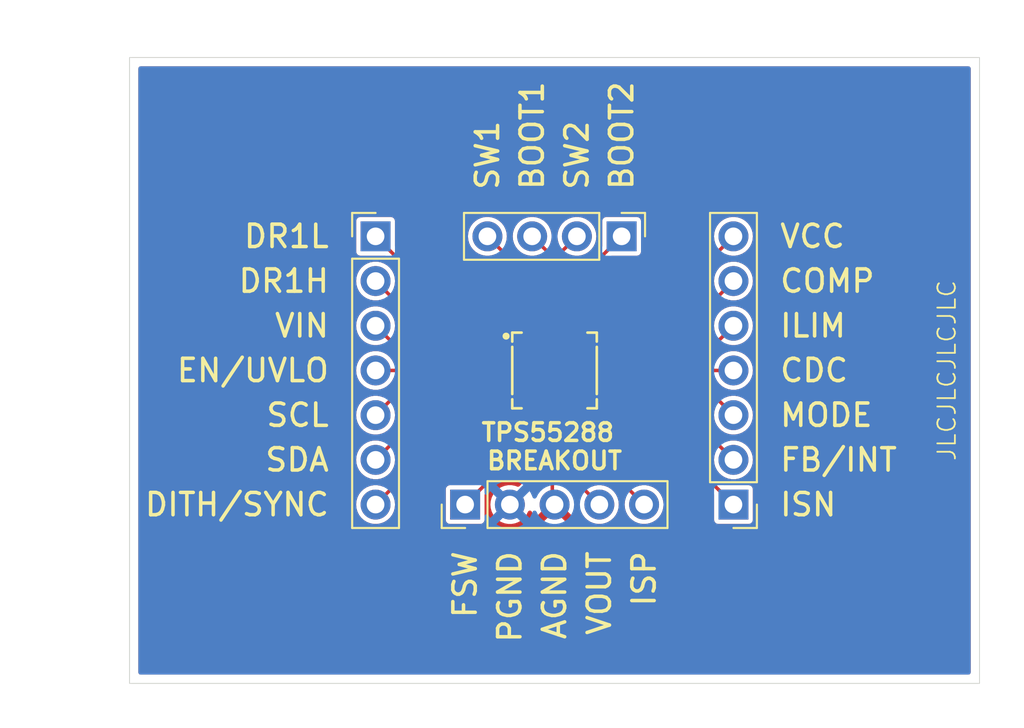
<source format=kicad_pcb>
(kicad_pcb (version 20240108) (generator "pcbnew") (generator_version "8.0")
  (layers (0 "F.Cu" signal) (31 "B.Cu" signal) (34 "B.Paste" user) (35 "F.Paste" user) (36 "B.SilkS" user "B.Silkscreen") (37 "F.SilkS" user "F.Silkscreen") (38 "B.Mask" user) (39 "F.Mask" user) (44 "Edge.Cuts" user))
  (net 0 "")
  (net 1 "/SW2")
  (net 2 "/SW1")
  (net 3 "/BOOT2")
  (net 4 "/BOOT1")
  (net 5 "/DR1H")
  (net 6 "/SCL")
  (net 7 "/SDA")
  (net 8 "/VIN")
  (net 9 "/DITH{slash}SYNC")
  (net 10 "/DR1L")
  (net 11 "/EN{slash}UVLO")
  (net 12 "/FB{slash}INT")
  (net 13 "/CDC")
  (net 14 "/COMP")
  (net 15 "/VCC")
  (net 16 "/ILIM")
  (net 17 "/ISN")
  (net 18 "/MODE")
  (net 19 "/FSW")
  (net 20 "/ISP")
  (net 21 "/VOUT")
  (net 22 "/PGND")
  (net 23 "/AGND")
  (footprint "Connector_PinHeader_2.54mm:PinHeader_1x07_P2.54mm_Vertical" (layer "F.Cu") (at 116.84 119.38)
    (property "Reference" "J2" (hide yes))
    (property "Value" "Conn_01x07_Pin")
    (fp_line (start -1.33 -1.33) (end 0 -1.33) (stroke (width 0.12)) (layer "F.SilkS"))
    (fp_line (start -1.33 0) (end -1.33 -1.33) (stroke (width 0.12)) (layer "F.SilkS"))
    (fp_line (start -1.33 1.27) (end -1.33 16.57) (stroke (width 0.12)) (layer "F.SilkS"))
    (fp_line (start -1.33 1.27) (end 1.33 1.27) (stroke (width 0.12)) (layer "F.SilkS"))
    (fp_line (start -1.33 16.57) (end 1.33 16.57) (stroke (width 0.12)) (layer "F.SilkS"))
    (fp_line (start 1.33 1.27) (end 1.33 16.57) (stroke (width 0.12)) (layer "F.SilkS"))
    (pad "1" thru_hole rect (at 0 0) (size 1.7 1.7) (drill 1) (layers "*.Cu" "*.Mask") (net 10 "/DR1L"))
    (pad "2" thru_hole oval (at 0 2.54) (size 1.7 1.7) (drill 1) (layers "*.Cu" "*.Mask") (net 5 "/DR1H"))
    (pad "3" thru_hole oval (at 0 5.08) (size 1.7 1.7) (drill 1) (layers "*.Cu" "*.Mask") (net 8 "/VIN"))
    (pad "4" thru_hole oval (at 0 7.62) (size 1.7 1.7) (drill 1) (layers "*.Cu" "*.Mask") (net 11 "/EN{slash}UVLO"))
    (pad "5" thru_hole oval (at 0 10.16) (size 1.7 1.7) (drill 1) (layers "*.Cu" "*.Mask") (net 6 "/SCL"))
    (pad "6" thru_hole oval (at 0 12.7) (size 1.7 1.7) (drill 1) (layers "*.Cu" "*.Mask") (net 7 "/SDA"))
    (pad "7" thru_hole oval (at 0 15.24) (size 1.7 1.7) (drill 1) (layers "*.Cu" "*.Mask") (net 9 "/DITH{slash}SYNC"))
  )
  (footprint "Connector_PinHeader_2.54mm:PinHeader_1x05_P2.54mm_Vertical" (layer "F.Cu") (at 121.925 134.62 90)
    (property "Reference" "J4" (hide yes))
    (property "Value" "Conn_01x05_Pin")
    (fp_line (start -1.33 -1.33) (end 0 -1.33) (stroke (width 0.12)) (layer "F.SilkS"))
    (fp_line (start -1.33 0) (end -1.33 -1.33) (stroke (width 0.12)) (layer "F.SilkS"))
    (fp_line (start 1.33 1.27) (end 1.33 11.49) (stroke (width 0.12)) (layer "F.SilkS"))
    (fp_line (start -1.33 1.27) (end 1.33 1.27) (stroke (width 0.12)) (layer "F.SilkS"))
    (fp_line (start -1.33 1.27) (end -1.33 11.49) (stroke (width 0.12)) (layer "F.SilkS"))
    (fp_line (start -1.33 11.49) (end 1.33 11.49) (stroke (width 0.12)) (layer "F.SilkS"))
    (pad "1" thru_hole rect (at 0 0 90) (size 1.7 1.7) (drill 1) (layers "*.Cu" "*.Mask") (net 19 "/FSW"))
    (pad "2" thru_hole oval (at 0 2.54 90) (size 1.7 1.7) (drill 1) (layers "*.Cu" "*.Mask") (net 22 "/PGND"))
    (pad "3" thru_hole oval (at 0 5.08 90) (size 1.7 1.7) (drill 1) (layers "*.Cu" "*.Mask") (net 23 "/AGND"))
    (pad "4" thru_hole oval (at 0 7.62 90) (size 1.7 1.7) (drill 1) (layers "*.Cu" "*.Mask") (net 21 "/VOUT"))
    (pad "5" thru_hole oval (at 0 10.16 90) (size 1.7 1.7) (drill 1) (layers "*.Cu" "*.Mask") (net 20 "/ISP"))
  )
  (footprint "Connector_PinHeader_2.54mm:PinHeader_1x07_P2.54mm_Vertical" (layer "F.Cu") (at 137.16 134.62 180)
    (property "Reference" "J3" (hide yes))
    (property "Value" "Conn_01x07_Pin")
    (fp_line (start 1.33 1.27) (end 1.33 16.57) (stroke (width 0.12)) (layer "F.SilkS"))
    (fp_line (start -1.33 16.57) (end 1.33 16.57) (stroke (width 0.12)) (layer "F.SilkS"))
    (fp_line (start -1.33 1.27) (end 1.33 1.27) (stroke (width 0.12)) (layer "F.SilkS"))
    (fp_line (start -1.33 1.27) (end -1.33 16.57) (stroke (width 0.12)) (layer "F.SilkS"))
    (fp_line (start -1.33 0) (end -1.33 -1.33) (stroke (width 0.12)) (layer "F.SilkS"))
    (fp_line (start -1.33 -1.33) (end 0 -1.33) (stroke (width 0.12)) (layer "F.SilkS"))
    (pad "1" thru_hole rect (at 0 0 180) (size 1.7 1.7) (drill 1) (layers "*.Cu" "*.Mask") (net 17 "/ISN"))
    (pad "2" thru_hole oval (at 0 2.54 180) (size 1.7 1.7) (drill 1) (layers "*.Cu" "*.Mask") (net 12 "/FB{slash}INT"))
    (pad "3" thru_hole oval (at 0 5.08 180) (size 1.7 1.7) (drill 1) (layers "*.Cu" "*.Mask") (net 18 "/MODE"))
    (pad "4" thru_hole oval (at 0 7.62 180) (size 1.7 1.7) (drill 1) (layers "*.Cu" "*.Mask") (net 13 "/CDC"))
    (pad "5" thru_hole oval (at 0 10.16 180) (size 1.7 1.7) (drill 1) (layers "*.Cu" "*.Mask") (net 16 "/ILIM"))
    (pad "6" thru_hole oval (at 0 12.7 180) (size 1.7 1.7) (drill 1) (layers "*.Cu" "*.Mask") (net 14 "/COMP"))
    (pad "7" thru_hole oval (at 0 15.24 180) (size 1.7 1.7) (drill 1) (layers "*.Cu" "*.Mask") (net 15 "/VCC"))
  )
  (footprint "Connector_PinHeader_2.54mm:PinHeader_1x04_P2.54mm_Vertical" (layer "F.Cu") (at 130.81 119.38 -90)
    (property "Reference" "J1" (hide yes))
    (property "Value" "Conn_01x04_Pin")
    (fp_line (start -1.33 8.95) (end 1.33 8.95) (stroke (width 0.12)) (layer "F.SilkS"))
    (fp_line (start -1.33 1.27) (end -1.33 8.95) (stroke (width 0.12)) (layer "F.SilkS"))
    (fp_line (start -1.33 1.27) (end 1.33 1.27) (stroke (width 0.12)) (layer "F.SilkS"))
    (fp_line (start 1.33 1.27) (end 1.33 8.95) (stroke (width 0.12)) (layer "F.SilkS"))
    (fp_line (start -1.33 0) (end -1.33 -1.33) (stroke (width 0.12)) (layer "F.SilkS"))
    (fp_line (start -1.33 -1.33) (end 0 -1.33) (stroke (width 0.12)) (layer "F.SilkS"))
    (pad "1" thru_hole rect (at 0 0 270) (size 1.7 1.7) (drill 1) (layers "*.Cu" "*.Mask") (net 3 "/BOOT2"))
    (pad "2" thru_hole oval (at 0 2.54 270) (size 1.7 1.7) (drill 1) (layers "*.Cu" "*.Mask") (net 1 "/SW2"))
    (pad "3" thru_hole oval (at 0 5.08 270) (size 1.7 1.7) (drill 1) (layers "*.Cu" "*.Mask") (net 4 "/BOOT1"))
    (pad "4" thru_hole oval (at 0 7.62 270) (size 1.7 1.7) (drill 1) (layers "*.Cu" "*.Mask") (net 2 "/SW1"))
  )
  (footprint "LCSC-powercoop:VQFN-HR-26_L4.0-W3.5_TPS55288RPMR" (layer "F.Cu") (at 127 127)
    (property "Reference" "U1" (hide yes))
    (property "Value" "TPS55288RPMR")
    (fp_line (start -2.4 -2.15) (end -2.4 -1.64) (stroke (width 0.15)) (layer "F.SilkS"))
    (fp_line (start -2.4 -1.34) (end -2.4 1.34) (stroke (width 0.15)) (layer "F.SilkS"))
    (fp_line (start -2.4 1.64) (end -2.4 2.15) (stroke (width 0.15)) (layer "F.SilkS"))
    (fp_line (start -2.4 2.15) (end -1.87 2.15) (stroke (width 0.15)) (layer "F.SilkS"))
    (fp_line (start -1.87 -2.15) (end -2.4 -2.15) (stroke (width 0.15)) (layer "F.SilkS"))
    (fp_line (start 1.87 2.15) (end 2.4 2.15) (stroke (width 0.15)) (layer "F.SilkS"))
    (fp_line (start 2.4 -2.15) (end 1.87 -2.15) (stroke (width 0.15)) (layer "F.SilkS"))
    (fp_line (start 2.4 -1.64) (end 2.4 -2.15) (stroke (width 0.15)) (layer "F.SilkS"))
    (fp_line (start 2.4 1.34) (end 2.4 -1.34) (stroke (width 0.15)) (layer "F.SilkS"))
    (fp_line (start 2.4 2.15) (end 2.4 1.64) (stroke (width 0.15)) (layer "F.SilkS"))
    (fp_circle (center -2.75 -1.95) (end -2.65 -1.95) (stroke (width 0.2)) (fill none) (layer "F.SilkS"))
    (pad "1" smd roundrect (at -1.8125 -1.4875 90) (size 0.225 0.775) (layers "F.Cu" "F.Paste" "F.Mask") (roundrect_rratio 0.2222222222) (net 10 "/DR1L"))
    (pad "1" smd roundrect (at -1.625 -1.6625 180) (size 0.4 0.575) (layers "F.Cu" "F.Paste" "F.Mask") (roundrect_rratio 0.125) (net 10 "/DR1L"))
    (pad "2" smd roundrect (at -1.9 -1 90) (size 0.25 0.6) (layers "F.Cu" "F.Paste" "F.Mask") (roundrect_rratio 0.2) (net 5 "/DR1H"))
    (pad "3" smd roundrect (at -1.8375 -0.5 90) (size 0.25 0.725) (layers "F.Cu" "F.Paste" "F.Mask") (roundrect_rratio 0.2) (net 8 "/VIN"))
    (pad "4" smd roundrect (at -1.8375 0 90) (size 0.25 0.725) (layers "F.Cu" "F.Paste" "F.Mask") (roundrect_rratio 0.2) (net 11 "/EN{slash}UVLO"))
    (pad "5" smd roundrect (at -1.8375 0.5 90) (size 0.25 0.725) (layers "F.Cu" "F.Paste" "F.Mask") (roundrect_rratio 0.2) (net 6 "/SCL"))
    (pad "6" smd roundrect (at -1.9 1 90) (size 0.25 0.6) (layers "F.Cu" "F.Paste" "F.Mask") (roundrect_rratio 0.2) (net 7 "/SDA"))
    (pad "7" smd roundrect (at -1.85 1.4875 90) (size 0.225 0.7) (layers "F.Cu" "F.Paste" "F.Mask") (roundrect_rratio 0.2222222222) (net 9 "/DITH{slash}SYNC"))
    (pad "7" smd roundrect (at -1.675 1.6625 180) (size 0.35 0.575) (layers "F.Cu" "F.Paste" "F.Mask") (roundrect_rratio 0.1428571429) (net 9 "/DITH{slash}SYNC"))
    (pad "8" smd roundrect (at -1.125 1.6375 180) (size 0.25 0.625) (layers "F.Cu" "F.Paste" "F.Mask") (roundrect_rratio 0.2) (net 19 "/FSW"))
    (pad "9" smd roundrect (at -0.625 1.6375 180) (size 0.25 0.625) (layers "F.Cu" "F.Paste" "F.Mask") (roundrect_rratio 0.2) (net 22 "/PGND"))
    (pad "10" smd roundrect (at -0.125 1.6375 180) (size 0.25 0.625) (layers "F.Cu" "F.Paste" "F.Mask") (roundrect_rratio 0.2) (net 23 "/AGND"))
    (pad "11" smd roundrect (at 0.625 1.6375 180) (size 0.25 0.625) (layers "F.Cu" "F.Paste" "F.Mask") (roundrect_rratio 0.2) (net 21 "/VOUT"))
    (pad "12" smd roundrect (at 1.125 1.6375 180) (size 0.25 0.625) (layers "F.Cu" "F.Paste" "F.Mask") (roundrect_rratio 0.2) (net 20 "/ISP"))
    (pad "13" smd roundrect (at 1.675 1.6625 180) (size 0.35 0.575) (layers "F.Cu" "F.Paste" "F.Mask") (roundrect_rratio 0.1428571429) (net 17 "/ISN"))
    (pad "13" smd roundrect (at 1.85 1.4875 270) (size 0.225 0.7) (layers "F.Cu" "F.Paste" "F.Mask") (roundrect_rratio 0.2222222222) (net 17 "/ISN"))
    (pad "14" smd roundrect (at 1.9 1 270) (size 0.25 0.6) (layers "F.Cu" "F.Paste" "F.Mask") (roundrect_rratio 0.2) (net 12 "/FB{slash}INT"))
    (pad "15" smd roundrect (at 1.8375 0.5 270) (size 0.25 0.725) (layers "F.Cu" "F.Paste" "F.Mask") (roundrect_rratio 0.2) (net 18 "/MODE"))
    (pad "16" smd roundrect (at 1.8375 0 270) (size 0.25 0.725) (layers "F.Cu" "F.Paste" "F.Mask") (roundrect_rratio 0.2) (net 13 "/CDC"))
    (pad "17" smd roundrect (at 1.8375 -0.5 270) (size 0.25 0.725) (layers "F.Cu" "F.Paste" "F.Mask") (roundrect_rratio 0.2) (net 16 "/ILIM"))
    (pad "18" smd roundrect (at 1.9 -1 270) (size 0.25 0.6) (layers "F.Cu" "F.Paste" "F.Mask") (roundrect_rratio 0.2) (net 14 "/COMP"))
    (pad "19" smd roundrect (at 1.625 -1.6625 180) (size 0.4 0.575) (layers "F.Cu" "F.Paste" "F.Mask") (roundrect_rratio 0.125) (net 15 "/VCC"))
    (pad "19" smd roundrect (at 1.8125 -1.4875 270) (size 0.225 0.775) (layers "F.Cu" "F.Paste" "F.Mask") (roundrect_rratio 0.2) (net 15 "/VCC"))
    (pad "20" smd roundrect (at 1.05 -1.6125) (size 0.25 0.675) (layers "F.Cu" "F.Paste" "F.Mask") (roundrect_rratio 0.2) (net 3 "/BOOT2"))
    (pad "21" smd roundrect (at 0.25 -1.65) (size 0.25 0.6) (layers "F.Cu" "F.Paste" "F.Mask") (roundrect_rratio 0.2) (net 1 "/SW2"))
    (pad "22" smd roundrect (at -0.25 -1.65) (size 0.25 0.6) (layers "F.Cu" "F.Paste" "F.Mask") (roundrect_rratio 0.2) (net 4 "/BOOT1"))
    (pad "23" smd roundrect (at -1.05 -1.6125) (size 0.25 0.675) (layers "F.Cu" "F.Paste" "F.Mask") (roundrect_rratio 0.2) (net 2 "/SW1"))
    (pad "24" smd roundrect (at -0.625 0) (size 0.375 1.425) (layers "F.Cu" "F.Paste" "F.Mask") (roundrect_rratio 0.1333333333) (net 22 "/PGND"))
    (pad "25" smd roundrect (at 0 0) (size 0.375 1.425) (layers "F.Cu" "F.Paste" "F.Mask") (roundrect_rratio 0.1333333333) (net 1 "/SW2"))
    (pad "26" smd roundrect (at 0.625 0) (size 0.375 1.425) (layers "F.Cu" "F.Paste" "F.Mask") (roundrect_rratio 0.1333333333) (net 21 "/VOUT"))
  )
  (gr_rect (start 102.87 109.22) (end 151.13 144.78) (stroke (width 0.05)) (fill none) (layer "Edge.Cuts"))
  (gr_text "FB/INT" (at 139.7 132.08 0) (layer "F.SilkS") (effects (font (size 1.27 1.27) (thickness 0.2)) (justify left)))
  (gr_text "MODE" (at 139.7 129.54 0) (layer "F.SilkS") (effects (font (size 1.27 1.27) (thickness 0.2)) (justify left)))
  (gr_text "EN/UVLO" (at 114.3 127 0) (layer "F.SilkS") (effects (font (size 1.27 1.27) (thickness 0.2)) (justify right)))
  (gr_text "COMP" (at 139.7 121.92 0) (layer "F.SilkS") (effects (font (size 1.27 1.27) (thickness 0.2)) (justify left)))
  (gr_text "SDA" (at 114.3 132.08 0) (layer "F.SilkS") (effects (font (size 1.27 1.27) (thickness 0.2)) (justify right)))
  (gr_text "DR1H" (at 114.3 121.92 0) (layer "F.SilkS") (effects (font (size 1.27 1.27) (thickness 0.2)) (justify right)))
  (gr_text "ISP" (at 132.08 137.16 90) (layer "F.SilkS") (effects (font (size 1.27 1.27) (thickness 0.2)) (justify right)))
  (gr_text "SCL" (at 114.3 129.54 0) (layer "F.SilkS") (effects (font (size 1.27 1.27) (thickness 0.2)) (justify right)))
  (gr_text "BOOT2" (at 130.81 116.84 90) (layer "F.SilkS") (effects (font (size 1.27 1.27) (thickness 0.2)) (justify left)))
  (gr_text "TPS55288 \nBREAKOUT" (at 127 132.715 0) (layer "F.SilkS") (effects (font (size 1 1) (thickness 0.2)) (justify bottom)))
  (gr_text "VCC" (at 139.7 119.38 0) (layer "F.SilkS") (effects (font (size 1.27 1.27) (thickness 0.2)) (justify left)))
  (gr_text "AGND" (at 127 137.16 90) (layer "F.SilkS") (effects (font (size 1.27 1.27) (thickness 0.2)) (justify right)))
  (gr_text "FSW" (at 121.92 137.16 90) (layer "F.SilkS") (effects (font (size 1.27 1.27) (thickness 0.2)) (justify right)))
  (gr_text "VOUT" (at 129.54 137.16 90) (layer "F.SilkS") (effects (font (size 1.27 1.27) (thickness 0.2)) (justify right)))
  (gr_text "ISN" (at 139.7 134.62 0) (layer "F.SilkS") (effects (font (size 1.27 1.27) (thickness 0.2)) (justify left)))
  (gr_text "SW1" (at 123.19 116.84 90) (layer "F.SilkS") (effects (font (size 1.27 1.27) (thickness 0.2)) (justify left)))
  (gr_text "JLCJLCJLCJLC" (at 149.86 127 90) (layer "F.SilkS") (effects (font (size 1 1) (thickness 0.1)) (justify bottom)))
  (gr_text "DR1L" (at 114.3 119.38 0) (layer "F.SilkS") (effects (font (size 1.27 1.27) (thickness 0.2)) (justify right)))
  (gr_text "PGND" (at 124.46 137.16 90) (layer "F.SilkS") (effects (font (size 1.27 1.27) (thickness 0.2)) (justify right)))
  (gr_text "DITH/SYNC" (at 114.3 134.62 0) (layer "F.SilkS") (effects (font (size 1.27 1.27) (thickness 0.2)) (justify right)))
  (gr_text "CDC" (at 139.7 127 0) (layer "F.SilkS") (effects (font (size 1.27 1.27) (thickness 0.2)) (justify left)))
  (gr_text "VIN" (at 114.3 124.46 0) (layer "F.SilkS") (effects (font (size 1.27 1.27) (thickness 0.2)) (justify right)))
  (gr_text "BOOT1" (at 125.73 116.84 90) (layer "F.SilkS") (effects (font (size 1.27 1.27) (thickness 0.2)) (justify left)))
  (gr_text "SW2" (at 128.27 116.84 90) (layer "F.SilkS") (effects (font (size 1.27 1.27) (thickness 0.2)) (justify left)))
  (gr_text "ILIM" (at 139.7 124.46 0) (layer "F.SilkS") (effects (font (size 1.27 1.27) (thickness 0.2)) (justify left)))
  (segment (start 127.25 125.35) (end 127.25 120.4) (width 0.2) (layer "F.Cu") (net 1))
  (segment (start 127 127) (end 127 125.92136) (width 0.2) (layer "F.Cu") (net 1))
  (segment (start 127.25 120.4) (end 128.27 119.38) (width 0.2) (layer "F.Cu") (net 1))
  (segment (start 127 125.92136) (end 127.25 125.67136) (width 0.2) (layer "F.Cu") (net 1))
  (segment (start 127.25 125.67136) (end 127.25 125.35) (width 0.2) (layer "F.Cu") (net 1))
  (segment (start 125.95 122.14) (end 123.19 119.38) (width 0.2) (layer "F.Cu") (net 2))
  (segment (start 125.95 125.3875) (end 125.95 122.14) (width 0.2) (layer "F.Cu") (net 2))
  (segment (start 128.05 125.3875) (end 128.05 122.14) (width 0.2) (layer "F.Cu") (net 3))
  (segment (start 128.05 122.14) (end 130.81 119.38) (width 0.2) (layer "F.Cu") (net 3))
  (segment (start 126.75 125.35) (end 126.75 120.4) (width 0.2) (layer "F.Cu") (net 4))
  (segment (start 126.75 120.4) (end 125.73 119.38) (width 0.2) (layer "F.Cu") (net 4))
  (segment (start 125.1 126) (end 120.92 126) (width 0.2) (layer "F.Cu") (net 5))
  (segment (start 120.92 126) (end 116.84 121.92) (width 0.2) (layer "F.Cu") (net 5))
  (segment (start 125.1625 127.5) (end 118.88 127.5) (width 0.2) (layer "F.Cu") (net 6))
  (segment (start 118.88 127.5) (end 116.84 129.54) (width 0.2) (layer "F.Cu") (net 6))
  (segment (start 120.92 128) (end 116.84 132.08) (width 0.2) (layer "F.Cu") (net 7))
  (segment (start 125.1 128) (end 120.92 128) (width 0.2) (layer "F.Cu") (net 7))
  (segment (start 118.88 126.5) (end 116.84 124.46) (width 0.2) (layer "F.Cu") (net 8))
  (segment (start 125.1625 126.5) (end 118.88 126.5) (width 0.2) (layer "F.Cu") (net 8))
  (segment (start 122.9725 128.4875) (end 116.84 134.62) (width 0.2) (layer "F.Cu") (net 9))
  (segment (start 125.15 128.4875) (end 122.9725 128.4875) (width 0.2) (layer "F.Cu") (net 9))
  (segment (start 122.9725 125.5125) (end 116.84 119.38) (width 0.2) (layer "F.Cu") (net 10))
  (segment (start 125.1875 125.5125) (end 122.9725 125.5125) (width 0.2) (layer "F.Cu") (net 10))
  (segment (start 125.1625 127) (end 116.84 127) (width 0.2) (layer "F.Cu") (net 11))
  (segment (start 133.08 128) (end 137.16 132.08) (width 0.2) (layer "F.Cu") (net 12))
  (segment (start 128.9 128) (end 133.08 128) (width 0.2) (layer "F.Cu") (net 12))
  (segment (start 128.8375 127) (end 137.16 127) (width 0.2) (layer "F.Cu") (net 13))
  (segment (start 133.08 126) (end 137.16 121.92) (width 0.2) (layer "F.Cu") (net 14))
  (segment (start 128.9 126) (end 133.08 126) (width 0.2) (layer "F.Cu") (net 14))
  (segment (start 128.8125 125.5125) (end 131.0275 125.5125) (width 0.2) (layer "F.Cu") (net 15))
  (segment (start 131.0275 125.5125) (end 137.16 119.38) (width 0.2) (layer "F.Cu") (net 15))
  (segment (start 135.12 126.5) (end 137.16 124.46) (width 0.2) (layer "F.Cu") (net 16))
  (segment (start 128.8375 126.5) (end 135.12 126.5) (width 0.2) (layer "F.Cu") (net 16))
  (segment (start 131.0275 128.4875) (end 137.16 134.62) (width 0.2) (layer "F.Cu") (net 17))
  (segment (start 128.85 128.4875) (end 131.0275 128.4875) (width 0.2) (layer "F.Cu") (net 17))
  (segment (start 135.12 127.5) (end 137.16 129.54) (width 0.2) (layer "F.Cu") (net 18))
  (segment (start 128.8375 127.5) (end 135.12 127.5) (width 0.2) (layer "F.Cu") (net 18))
  (segment (start 125.875 128.6375) (end 125.875 130.67) (width 0.2) (layer "F.Cu") (net 19))
  (segment (start 125.875 130.67) (end 121.925 134.62) (width 0.2) (layer "F.Cu") (net 19))
  (segment (start 128.125 128.6375) (end 128.125 130.66) (width 0.2) (layer "F.Cu") (net 20))
  (segment (start 128.125 130.66) (end 132.085 134.62) (width 0.2) (layer "F.Cu") (net 20))
  (segment (start 127.625 127) (end 127.625 128.6375) (width 0.2) (layer "F.Cu") (net 21))
  (segment (start 127.625 128.6375) (end 127.625 132.7) (width 0.2) (layer "F.Cu") (net 21))
  (segment (start 127.625 132.7) (end 129.545 134.62) (width 0.2) (layer "F.Cu") (net 21))
  (segment (start 126.375 127) (end 126.375 128.6375) (width 0.2) (layer "F.Cu") (net 22))
  (segment (start 126.375 132.71) (end 124.465 134.62) (width 0.2) (layer "F.Cu") (net 22))
  (segment (start 126.375 128.6375) (end 126.375 132.71) (width 0.2) (layer "F.Cu") (net 22))
  (segment (start 126.875 128.6375) (end 126.875 134.49) (width 0.2) (layer "F.Cu") (net 23))
  (segment (start 126.875 134.49) (end 127.005 134.62) (width 0.2) (layer "F.Cu") (net 23))
  (zone (net 23) (net_name "/AGND") (layer "F.Cu") (connect_pads (clearance 0.25)) (min_thickness 0.25) (fill yes (thermal_gap 0.5) (thermal_bridge_width 0.5))
    (polygon (pts (xy 100.33 107.95) (xy 152.4 106.68) (xy 153.67 146.05) (xy 101.6 147.32)))
  )
  (zone (net 22) (net_name "/PGND") (layer "B.Cu") (priority 1) (connect_pads (clearance 0.25)) (min_thickness 0.25) (fill yes (thermal_gap 0.5) (thermal_bridge_width 0.5))
    (polygon (pts (xy 101.6 106.68) (xy 153.67 107.95) (xy 152.4 147.32) (xy 100.33 146.05)))
  )
)
</source>
